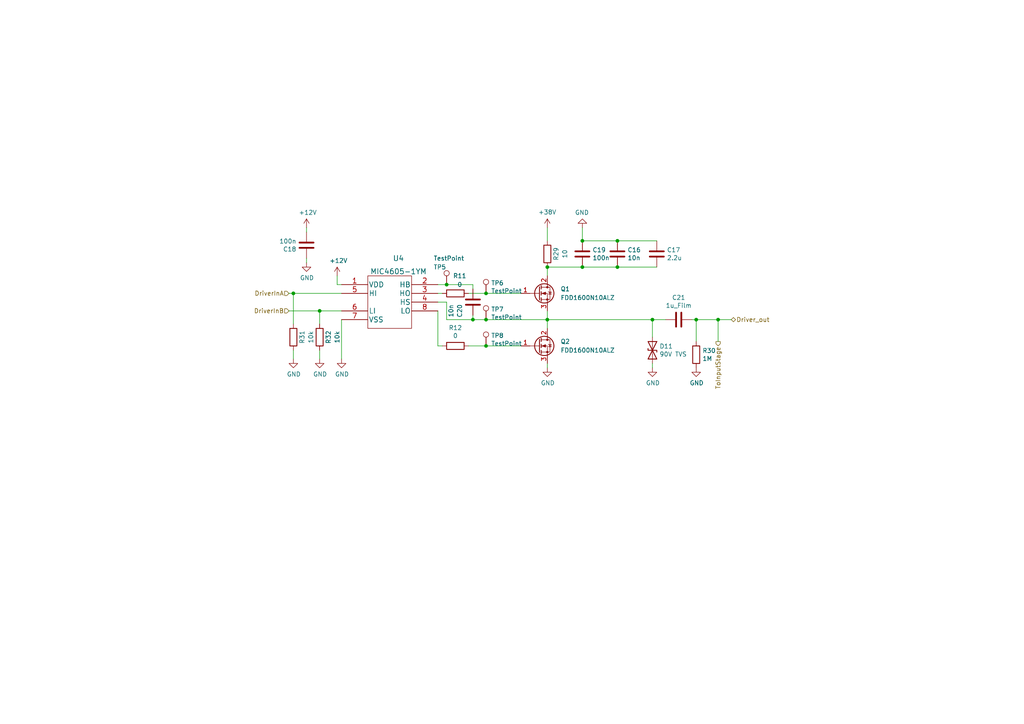
<source format=kicad_sch>
(kicad_sch (version 20211123) (generator eeschema)
  (paper "A4")
  (lib_symbols
    (symbol "Connector:TestPoint" (pin_numbers hide) (pin_names (offset 0.762) hide)
      (property "Reference" "TP" (at 0 6.858 0))
      (property "Value" "TestPoint" (at 0 5.08 0))
      (symbol "TestPoint_0_1"
        (circle (center 0 3.302) (radius 0.762))
      )
      (symbol "TestPoint_1_1"
        (pin passive line (at 0 0 90) (length 2.54) (name "1") (number "1"))
      )
    )
    (symbol "Device:C" (pin_numbers hide) (pin_names (offset 0.254))
      (property "Reference" "C" (at 0.635 2.54 0))
      (property "Value" "C" (at 0.635 -2.54 0))
      (symbol "C_0_1"
        (polyline (pts (xy -2.032 -0.762) (xy 2.032 -0.762)) (stroke (width 0.508)))
        (polyline (pts (xy -2.032 0.762) (xy 2.032 0.762)) (stroke (width 0.508)))
      )
      (symbol "C_1_1"
        (pin passive line (at 0 3.81 270) (length 2.794) (name "~") (number "1"))
        (pin passive line (at 0 -3.81 90) (length 2.794) (name "~") (number "2"))
      )
    )
    (symbol "Device:D_TVS" (pin_numbers hide) (pin_names (offset 1.016) hide)
      (property "Reference" "D" (at 0 2.54 0))
      (property "Value" "D_TVS" (at 0 -2.54 0))
      (symbol "D_TVS_0_1"
        (polyline (pts (xy 1.27 0) (xy -1.27 0)))
        (polyline (pts (xy 0.508 1.27) (xy 0 1.27) (xy 0 -1.27) (xy -0.508 -1.27)) (stroke (width 0.254)))
        (polyline (pts (xy -2.54 1.27) (xy -2.54 -1.27) (xy 2.54 1.27) (xy 2.54 -1.27) (xy -2.54 1.27)) (stroke (width 0.254)))
      )
      (symbol "D_TVS_1_1"
        (pin passive line (at -3.81 0 0) (length 2.54) (name "A1") (number "1"))
        (pin passive line (at 3.81 0 180) (length 2.54) (name "A2") (number "2"))
      )
    )
    (symbol "Device:Q_NMOS_GDS" (pin_names (offset 0) hide)
      (property "Reference" "Q" (at 5.08 1.27 0))
      (property "Value" "Q_NMOS_GDS" (at 5.08 -1.27 0))
      (symbol "Q_NMOS_GDS_0_1"
        (polyline (pts (xy 0.254 0) (xy -2.54 0)))
        (polyline (pts (xy 0.254 1.905) (xy 0.254 -1.905)) (stroke (width 0.254)))
        (polyline (pts (xy 0.762 -1.27) (xy 0.762 -2.286)) (stroke (width 0.254)))
        (polyline (pts (xy 0.762 0.508) (xy 0.762 -0.508)) (stroke (width 0.254)))
        (polyline (pts (xy 0.762 2.286) (xy 0.762 1.27)) (stroke (width 0.254)))
        (polyline (pts (xy 2.54 2.54) (xy 2.54 1.778)))
        (polyline (pts (xy 2.54 -2.54) (xy 2.54 0) (xy 0.762 0)))
        (polyline (pts (xy 0.762 -1.778) (xy 3.302 -1.778) (xy 3.302 1.778) (xy 0.762 1.778)))
        (polyline (pts (xy 1.016 0) (xy 2.032 0.381) (xy 2.032 -0.381) (xy 1.016 0)) (fill (type outline)))
        (polyline (pts (xy 2.794 0.508) (xy 2.921 0.381) (xy 3.683 0.381) (xy 3.81 0.254)))
        (polyline (pts (xy 3.302 0.381) (xy 2.921 -0.254) (xy 3.683 -0.254) (xy 3.302 0.381)))
        (circle (center 1.651 0) (radius 2.794) (stroke (width 0.254)))
        (circle (center 2.54 -1.778) (radius 0.254) (fill (type outline)))
        (circle (center 2.54 1.778) (radius 0.254) (fill (type outline)))
      )
      (symbol "Q_NMOS_GDS_1_1"
        (pin input line (at -5.08 0 0) (length 2.54) (name "G") (number "1"))
        (pin passive line (at 2.54 5.08 270) (length 2.54) (name "D") (number "2"))
        (pin passive line (at 2.54 -5.08 90) (length 2.54) (name "S") (number "3"))
      )
    )
    (symbol "Device:R" (pin_numbers hide) (pin_names (offset 0))
      (property "Reference" "R" (at 2.032 0 90))
      (property "Value" "R" (at 0 0 90))
      (symbol "R_0_1"
        (rectangle (start -1.016 -2.54) (end 1.016 2.54) (stroke (width 0.254)))
      )
      (symbol "R_1_1"
        (pin passive line (at 0 3.81 270) (length 1.27) (name "~") (number "1"))
        (pin passive line (at 0 -3.81 90) (length 1.27) (name "~") (number "2"))
      )
    )
    (symbol "UserLibrary:+38V" (power) (pin_names (offset 0))
      (property "Value" "+38V" (at 0 3.81 0))
      (symbol "+38V_0_1"
        (polyline (pts (xy -0.762 1.27) (xy 0 2.54)))
        (polyline (pts (xy 0 0) (xy 0 2.54)))
        (polyline (pts (xy 0 2.54) (xy 0.762 1.27)))
      )
      (symbol "+38V_1_1"
        (pin power_in line (at 0 0 90) (length 0) hide (name "+38V") (number "1"))
      )
    )
    (symbol "UserLibrary:MIC4605-1YM" (pin_names (offset 0.254))
      (property "Reference" "U" (at 15.24 2.54 0))
      (property "Value" "MIC4605-1YM" (at 8.89 5.08 0))
      (symbol "MIC4605-1YM_1_1"
        (rectangle (start 0 0) (end 12.7 -15.24))
        (pin power_in line (at -7.62 -2.54 0) (length 7.62) (name "VDD") (number "1"))
        (pin passive line (at 20.32 -2.54 180) (length 7.62) (name "HB") (number "2"))
        (pin output line (at 20.32 -5.08 180) (length 7.62) (name "HO") (number "3"))
        (pin passive line (at 20.32 -7.62 180) (length 7.62) (name "HS") (number "4"))
        (pin input line (at -7.62 -5.08 0) (length 7.62) (name "HI") (number "5"))
        (pin input line (at -7.62 -10.16 0) (length 7.62) (name "LI") (number "6"))
        (pin bidirectional line (at -7.62 -12.7 0) (length 7.62) (name "VSS") (number "7"))
        (pin output line (at 20.32 -10.16 180) (length 7.62) (name "LO") (number "8"))
      )
    )
    (symbol "power:+12V" (power) (pin_names (offset 0))
      (property "Value" "+12V" (at 0 3.556 0))
      (symbol "+12V_0_1"
        (polyline (pts (xy -0.762 1.27) (xy 0 2.54)))
        (polyline (pts (xy 0 0) (xy 0 2.54)))
        (polyline (pts (xy 0 2.54) (xy 0.762 1.27)))
      )
      (symbol "+12V_1_1"
        (pin power_in line (at 0 0 90) (length 0) hide (name "+12V") (number "1"))
      )
    )
    (symbol "power:GND" (power) (pin_names (offset 0))
      (property "Value" "GND" (at 0 -3.81 0))
      (symbol "GND_0_1"
        (polyline (pts (xy 0 0) (xy 0 -1.27) (xy 1.27 -1.27) (xy 0 -2.54) (xy -1.27 -1.27) (xy 0 -1.27)))
      )
      (symbol "GND_1_1"
        (pin power_in line (at 0 0 270) (length 0) hide (name "GND") (number "1"))
      )
    )
  )
  (junction (at 140.97 92.71))
  (junction (at 168.91 77.47))
  (junction (at 158.75 92.71))
  (junction (at 168.91 69.85))
  (junction (at 208.28 92.71))
  (junction (at 189.23 92.71))
  (junction (at 140.97 85.09))
  (junction (at 201.93 92.71))
  (junction (at 140.97 100.33))
  (junction (at 179.07 69.85))
  (junction (at 158.75 77.47))
  (junction (at 179.07 77.47))
  (junction (at 92.71 90.17))
  (junction (at 129.54 82.55))
  (junction (at 85.09 85.09))
  (junction (at 137.16 92.71))
  (wire (pts (xy 92.71 90.17) (xy 92.71 93.98)))
  (wire (pts (xy 189.23 92.71) (xy 193.04 92.71)))
  (wire (pts (xy 129.54 87.63) (xy 129.54 92.71)))
  (wire (pts (xy 85.09 104.14) (xy 85.09 101.6)))
  (wire (pts (xy 88.9 67.31) (xy 88.9 66.04)))
  (wire (pts (xy 99.06 104.14) (xy 99.06 92.71)))
  (wire (pts (xy 92.71 90.17) (xy 99.06 90.17)))
  (wire (pts (xy 140.97 100.33) (xy 151.13 100.33)))
  (wire (pts (xy 208.28 92.71) (xy 201.93 92.71)))
  (wire (pts (xy 127 90.17) (xy 127 100.33)))
  (wire (pts (xy 158.75 77.47) (xy 158.75 80.01)))
  (wire (pts (xy 127 87.63) (xy 129.54 87.63)))
  (wire (pts (xy 83.82 85.09) (xy 85.09 85.09)))
  (wire (pts (xy 85.09 85.09) (xy 99.06 85.09)))
  (wire (pts (xy 92.71 104.14) (xy 92.71 101.6)))
  (wire (pts (xy 168.91 69.85) (xy 179.07 69.85)))
  (wire (pts (xy 97.79 82.55) (xy 99.06 82.55)))
  (wire (pts (xy 140.97 92.71) (xy 158.75 92.71)))
  (wire (pts (xy 158.75 92.71) (xy 158.75 95.25)))
  (wire (pts (xy 129.54 82.55) (xy 127 82.55)))
  (wire (pts (xy 168.91 77.47) (xy 179.07 77.47)))
  (wire (pts (xy 83.82 90.17) (xy 92.71 90.17)))
  (wire (pts (xy 137.16 83.82) (xy 137.16 82.55)))
  (wire (pts (xy 189.23 92.71) (xy 189.23 97.79)))
  (wire (pts (xy 129.54 92.71) (xy 137.16 92.71)))
  (wire (pts (xy 179.07 69.85) (xy 190.5 69.85)))
  (wire (pts (xy 158.75 92.71) (xy 189.23 92.71)))
  (wire (pts (xy 140.97 85.09) (xy 151.13 85.09)))
  (wire (pts (xy 127 85.09) (xy 128.27 85.09)))
  (wire (pts (xy 127 100.33) (xy 128.27 100.33)))
  (wire (pts (xy 158.75 92.71) (xy 158.75 90.17)))
  (wire (pts (xy 135.89 100.33) (xy 140.97 100.33)))
  (wire (pts (xy 158.75 105.41) (xy 158.75 106.68)))
  (wire (pts (xy 189.23 106.68) (xy 189.23 105.41)))
  (wire (pts (xy 88.9 76.2) (xy 88.9 74.93)))
  (wire (pts (xy 208.28 99.06) (xy 208.28 92.71)))
  (wire (pts (xy 85.09 93.98) (xy 85.09 85.09)))
  (wire (pts (xy 137.16 91.44) (xy 137.16 92.71)))
  (wire (pts (xy 201.93 92.71) (xy 200.66 92.71)))
  (wire (pts (xy 137.16 82.55) (xy 129.54 82.55)))
  (wire (pts (xy 168.91 66.04) (xy 168.91 69.85)))
  (wire (pts (xy 208.28 92.71) (xy 212.09 92.71)))
  (wire (pts (xy 158.75 69.85) (xy 158.75 66.04)))
  (wire (pts (xy 179.07 77.47) (xy 190.5 77.47)))
  (wire (pts (xy 201.93 99.06) (xy 201.93 92.71)))
  (wire (pts (xy 135.89 85.09) (xy 140.97 85.09)))
  (wire (pts (xy 97.79 80.01) (xy 97.79 82.55)))
  (wire (pts (xy 137.16 92.71) (xy 140.97 92.71)))
  (wire (pts (xy 168.91 77.47) (xy 158.75 77.47)))
  (hierarchical_label "Driver_out" (shape bidirectional) (at 212.09 92.71 0))
  (hierarchical_label "DriverInA" (shape input) (at 83.82 85.09 180))
  (hierarchical_label "ToInputStage" (shape output) (at 208.28 99.06 270))
  (hierarchical_label "DriverInB" (shape input) (at 83.82 90.17 180))
  (symbol (lib_id "Device:C") (at 137.16 87.63 180) (unit 1)
    (property "Reference" "C20" (at 133.35 90.17 90))
    (property "Value" "10n" (at 130.81 90.17 90))
    (property "Footprint" "Capacitor_SMD:C_0603_1608Metric_Pad1.08x0.95mm_HandSolder" (effects hide))
  )
  (symbol (lib_id "power:GND") (at 85.09 104.14 0) (unit 1)
    (property "Reference" "#PWR047" (effects hide))
    (property "Value" "GND" (at 85.217 108.5342 0))
  )
  (symbol (lib_id "power:GND") (at 158.75 106.68 0) (unit 1)
    (property "Reference" "#PWR050" (effects hide))
    (property "Value" "GND" (at 158.877 111.0742 0))
  )
  (symbol (lib_id "Device:R") (at 92.71 97.79 0) (unit 1)
    (property "Reference" "R32" (at 95.25 97.79 90))
    (property "Value" "10k" (at 97.79 97.79 90))
    (property "Footprint" "Resistor_SMD:R_0603_1608Metric_Pad0.98x0.95mm_HandSolder" (effects hide))
  )
  (symbol (lib_id "Device:R") (at 132.08 100.33 270) (unit 1)
    (property "Reference" "R12" (at 132.08 95.0722 90))
    (property "Value" "0" (at 132.08 97.3836 90))
    (property "Footprint" "Resistor_SMD:R_0603_1608Metric_Pad0.98x0.95mm_HandSolder" (effects hide))
  )
  (symbol (lib_id "power:GND") (at 201.93 106.68 0) (unit 1)
    (property "Reference" "#PWR046" (effects hide))
    (property "Value" "GND" (at 202.057 111.0742 0))
  )
  (symbol (lib_id "Device:C") (at 179.07 73.66 0) (unit 1)
    (property "Reference" "C16" (at 181.991 72.4916 0) (effects (justify left)))
    (property "Value" "10n" (at 181.991 74.803 0) (effects (justify left)))
    (property "Footprint" "Capacitor_SMD:C_0603_1608Metric_Pad1.08x0.95mm_HandSolder" (effects hide))
  )
  (symbol (lib_id "Device:R") (at 132.08 85.09 270) (unit 1)
    (property "Reference" "R11" (at 133.35 80.01 90))
    (property "Value" "0" (at 133.35 82.55 90))
    (property "Footprint" "Resistor_SMD:R_0603_1608Metric_Pad0.98x0.95mm_HandSolder" (effects hide))
  )
  (symbol (lib_id "Device:Q_NMOS_GDS") (at 156.21 85.09 0) (unit 1)
    (property "Reference" "Q1" (at 162.56 83.8199 0) (effects (justify left)))
    (property "Value" "FDD1600N10ALZ" (at 162.56 86.3599 0) (effects (justify left)))
    (property "Footprint" "Package_TO_SOT_SMD:TO-252-2" (effects hide))
  )
  (symbol (lib_id "Device:C") (at 88.9 71.12 180) (unit 1)
    (property "Reference" "C18" (at 85.979 72.2884 0) (effects (justify left)))
    (property "Value" "100n" (at 85.979 69.977 0) (effects (justify left)))
    (property "Footprint" "Capacitor_SMD:C_0603_1608Metric_Pad1.08x0.95mm_HandSolder" (effects hide))
  )
  (symbol (lib_id "Device:D_TVS") (at 189.23 101.6 270) (unit 1)
    (property "Reference" "D11" (at 191.262 100.4316 90) (effects (justify left)))
    (property "Value" "90V TVS" (at 191.262 102.743 90) (effects (justify left)))
    (property "Footprint" "Diode_SMD:D_SMA_Handsoldering" (effects hide))
  )
  (symbol (lib_id "Device:R") (at 85.09 97.79 0) (unit 1)
    (property "Reference" "R31" (at 87.63 97.79 90))
    (property "Value" "10k" (at 90.17 97.79 90))
    (property "Footprint" "Resistor_SMD:R_0603_1608Metric_Pad0.98x0.95mm_HandSolder" (effects hide))
  )
  (symbol (lib_id "Connector:TestPoint") (at 140.97 100.33 0) (unit 1)
    (property "Reference" "TP8" (at 142.4432 97.3328 0) (effects (justify left)))
    (property "Value" "TestPoint" (at 142.4432 99.6442 0) (effects (justify left)))
    (property "Footprint" "TestPoint:TestPoint_Loop_D1.80mm_Drill1.0mm_Beaded" (effects hide))
  )
  (symbol (lib_id "power:GND") (at 189.23 106.68 0) (unit 1)
    (property "Reference" "#PWR051" (effects hide))
    (property "Value" "GND" (at 189.357 111.0742 0))
  )
  (symbol (lib_id "Connector:TestPoint") (at 129.54 82.55 0) (unit 1)
    (property "Reference" "TP5" (at 125.73 77.47 0) (effects (justify left)))
    (property "Value" "TestPoint" (at 125.73 74.93 0) (effects (justify left)))
    (property "Footprint" "TestPoint:TestPoint_Loop_D1.80mm_Drill1.0mm_Beaded" (effects hide))
  )
  (symbol (lib_id "Device:Q_NMOS_GDS") (at 156.21 100.33 0) (unit 1)
    (property "Reference" "Q2" (at 162.56 99.0599 0) (effects (justify left)))
    (property "Value" "FDD1600N10ALZ" (at 162.56 101.5999 0) (effects (justify left)))
    (property "Footprint" "Package_TO_SOT_SMD:TO-252-2" (effects hide))
  )
  (symbol (lib_id "power:+12V") (at 88.9 66.04 0) (unit 1)
    (property "Reference" "#PWR041" (effects hide))
    (property "Value" "+12V" (at 89.281 61.6458 0))
  )
  (symbol (lib_id "Connector:TestPoint") (at 140.97 85.09 0) (unit 1)
    (property "Reference" "TP6" (at 142.4432 82.0928 0) (effects (justify left)))
    (property "Value" "TestPoint" (at 142.4432 84.4042 0) (effects (justify left)))
    (property "Footprint" "TestPoint:TestPoint_Loop_D1.80mm_Drill1.0mm_Beaded" (effects hide))
  )
  (symbol (lib_id "UserLibrary:+38V") (at 158.75 66.04 0) (unit 1)
    (property "Reference" "#PWR042" (effects hide))
    (property "Value" "+38V" (at 158.7415 61.5352 0))
  )
  (symbol (lib_id "Device:R") (at 158.75 73.66 0) (unit 1)
    (property "Reference" "R29" (at 161.29 73.66 90))
    (property "Value" "10" (at 163.83 73.66 90))
    (property "Footprint" "Resistor_SMD:R_0603_1608Metric_Pad0.98x0.95mm_HandSolder" (effects hide))
  )
  (symbol (lib_id "Device:C") (at 168.91 73.66 0) (unit 1)
    (property "Reference" "C19" (at 171.831 72.4916 0) (effects (justify left)))
    (property "Value" "100n" (at 171.831 74.803 0) (effects (justify left)))
    (property "Footprint" "Capacitor_SMD:C_0603_1608Metric_Pad1.08x0.95mm_HandSolder" (effects hide))
  )
  (symbol (lib_id "Device:C") (at 196.85 92.71 270) (unit 1)
    (property "Reference" "C21" (at 196.85 86.3092 90))
    (property "Value" "1u_Film" (at 196.85 88.6206 90))
    (property "Footprint" "footprints:C_2824_7260Metric_HandSolder" (effects hide))
  )
  (symbol (lib_id "Device:R") (at 201.93 102.87 0) (unit 1)
    (property "Reference" "R30" (at 203.708 101.7016 0) (effects (justify left)))
    (property "Value" "1M" (at 203.708 104.013 0) (effects (justify left)))
    (property "Footprint" "Resistor_SMD:R_0603_1608Metric_Pad0.98x0.95mm_HandSolder" (effects hide))
  )
  (symbol (lib_id "UserLibrary:MIC4605-1YM") (at 106.68 80.01 0) (unit 1)
    (property "Reference" "U4" (at 115.57 74.93 0) (effects (font (size 1.524 1.524))))
    (property "Value" "MIC4605-1YM" (at 115.57 78.74 0) (effects (font (size 1.524 1.524))))
    (property "Footprint" "Package_SO:SOIC-8_3.9x4.9mm_P1.27mm" (effects hide))
    (property "Datasheet" "https://ww1.microchip.com/downloads/en/DeviceDoc/MIC4605-Data-Sheet-DS20005853E.pdf" (effects hide))
  )
  (symbol (lib_id "power:+12V") (at 97.79 80.01 0) (unit 1)
    (property "Reference" "#PWR045" (effects hide))
    (property "Value" "+12V" (at 98.171 75.6158 0))
  )
  (symbol (lib_id "power:GND") (at 92.71 104.14 0) (unit 1)
    (property "Reference" "#PWR048" (effects hide))
    (property "Value" "GND" (at 92.837 108.5342 0))
  )
  (symbol (lib_id "Device:C") (at 190.5 73.66 0) (unit 1)
    (property "Reference" "C17" (at 193.421 72.4916 0) (effects (justify left)))
    (property "Value" "2.2u" (at 193.421 74.803 0) (effects (justify left)))
    (property "Footprint" "Capacitor_SMD:C_1206_3216Metric_Pad1.33x1.80mm_HandSolder" (effects hide))
  )
  (symbol (lib_id "Connector:TestPoint") (at 140.97 92.71 0) (unit 1)
    (property "Reference" "TP7" (at 142.4432 89.7128 0) (effects (justify left)))
    (property "Value" "TestPoint" (at 142.4432 92.0242 0) (effects (justify left)))
    (property "Footprint" "TestPoint:TestPoint_Loop_D1.80mm_Drill1.0mm_Beaded" (effects hide))
  )
  (symbol (lib_id "power:GND") (at 168.91 66.04 180) (unit 1)
    (property "Reference" "#PWR043" (effects hide))
    (property "Value" "GND" (at 168.783 61.6458 0))
  )
  (symbol (lib_id "power:GND") (at 88.9 76.2 0) (unit 1)
    (property "Reference" "#PWR044" (effects hide))
    (property "Value" "GND" (at 89.027 80.5942 0))
  )
  (symbol (lib_id "power:GND") (at 99.06 104.14 0) (unit 1)
    (property "Reference" "#PWR049" (effects hide))
    (property "Value" "GND" (at 99.187 108.5342 0))
  )
)
</source>
